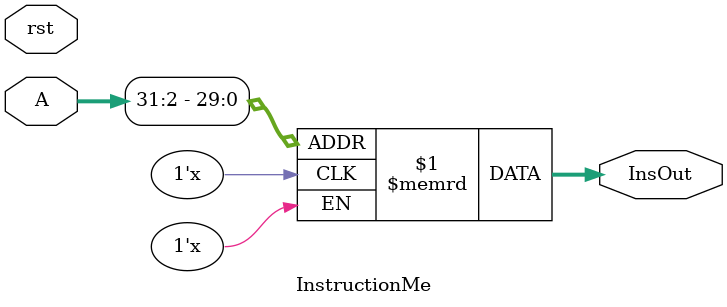
<source format=v>
`timescale 1ns / 1ps

module InstructionMe(
    rst,A,InsOut
    );
    
      input rst;
      input [31:0]A;
      output [31:0]InsOut;

     reg [31:0] mem [1023:0];
  
     assign InsOut = mem[A[31:2]];
endmodule








</source>
